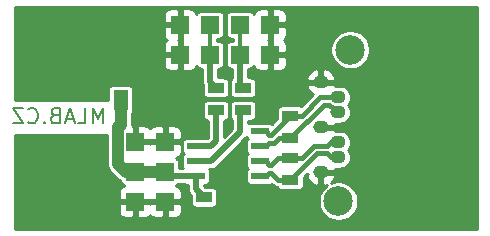
<source format=gbr>
G04 #@! TF.GenerationSoftware,KiCad,Pcbnew,(6.0.0-rc1-dev-1606-g4cd41e394)*
G04 #@! TF.CreationDate,2019-02-20T17:35:37+01:00
G04 #@! TF.ProjectId,TTLLVDS01A,54544c4c-5644-4533-9031-412e6b696361,REV*
G04 #@! TF.SameCoordinates,Original*
G04 #@! TF.FileFunction,Copper,L2,Bot*
G04 #@! TF.FilePolarity,Positive*
%FSLAX46Y46*%
G04 Gerber Fmt 4.6, Leading zero omitted, Abs format (unit mm)*
G04 Created by KiCad (PCBNEW (6.0.0-rc1-dev-1606-g4cd41e394)) date 20.02.2019 17:35:37*
%MOMM*%
%LPD*%
G04 APERTURE LIST*
%ADD10C,0.200000*%
%ADD11R,1.397000X0.889000*%
%ADD12R,1.300000X1.700000*%
%ADD13R,1.524000X1.524000*%
%ADD14O,1.300000X1.100000*%
%ADD15C,2.500000*%
%ADD16C,6.000000*%
%ADD17R,1.550000X0.600000*%
%ADD18C,0.800000*%
%ADD19C,0.500000*%
%ADD20C,1.000000*%
%ADD21C,0.300000*%
%ADD22C,0.400000*%
%ADD23C,0.254000*%
G04 APERTURE END LIST*
D10*
X8190238Y9698904D02*
X8190238Y10998904D01*
X7756904Y10070333D01*
X7323571Y10998904D01*
X7323571Y9698904D01*
X6085476Y9698904D02*
X6704523Y9698904D01*
X6704523Y10998904D01*
X5714047Y10070333D02*
X5095000Y10070333D01*
X5837857Y9698904D02*
X5404523Y10998904D01*
X4971190Y9698904D01*
X4104523Y10379857D02*
X3918809Y10317952D01*
X3856904Y10256047D01*
X3795000Y10132238D01*
X3795000Y9946523D01*
X3856904Y9822714D01*
X3918809Y9760809D01*
X4042619Y9698904D01*
X4537857Y9698904D01*
X4537857Y10998904D01*
X4104523Y10998904D01*
X3980714Y10937000D01*
X3918809Y10875095D01*
X3856904Y10751285D01*
X3856904Y10627476D01*
X3918809Y10503666D01*
X3980714Y10441761D01*
X4104523Y10379857D01*
X4537857Y10379857D01*
X3237857Y9822714D02*
X3175952Y9760809D01*
X3237857Y9698904D01*
X3299761Y9760809D01*
X3237857Y9822714D01*
X3237857Y9698904D01*
X1875952Y9822714D02*
X1937857Y9760809D01*
X2123571Y9698904D01*
X2247380Y9698904D01*
X2433095Y9760809D01*
X2556904Y9884619D01*
X2618809Y10008428D01*
X2680714Y10256047D01*
X2680714Y10441761D01*
X2618809Y10689380D01*
X2556904Y10813190D01*
X2433095Y10937000D01*
X2247380Y10998904D01*
X2123571Y10998904D01*
X1937857Y10937000D01*
X1875952Y10875095D01*
X1442619Y10998904D02*
X575952Y10998904D01*
X1442619Y9698904D01*
X575952Y9698904D01*
D11*
X16764000Y3429000D03*
X16764000Y1524000D03*
D12*
X9708000Y11684000D03*
X13208000Y11684000D03*
D13*
X10922000Y8128000D03*
X13462000Y8128000D03*
X10922000Y5588000D03*
X13462000Y5588000D03*
X10922000Y3048000D03*
X13462000Y3048000D03*
X19812000Y18034000D03*
X19812000Y15494000D03*
X14732000Y18034000D03*
X14732000Y15494000D03*
X17272000Y15494000D03*
X17272000Y18034000D03*
X22352000Y18034000D03*
X22352000Y15494000D03*
D14*
X26644600Y5562600D03*
X26644600Y9372600D03*
X26644600Y13182600D03*
X28144600Y11912600D03*
X28144600Y10642600D03*
X28144600Y8102600D03*
D15*
X29144600Y15932600D03*
D14*
X28144600Y6832600D03*
D15*
X28144600Y3102600D03*
D16*
X35560000Y15240000D03*
X5080000Y5080000D03*
X5080000Y15240000D03*
X35560000Y5080000D03*
D11*
X20066000Y10795000D03*
X20066000Y12700000D03*
X17780000Y12700000D03*
X17780000Y10795000D03*
X24066500Y6794500D03*
X24066500Y4889500D03*
X24066500Y8445500D03*
X24066500Y10350500D03*
D17*
X16096000Y5207000D03*
X16096000Y6477000D03*
X16096000Y7747000D03*
X16096000Y9017000D03*
X21496000Y9017000D03*
X21496000Y7747000D03*
X21496000Y6477000D03*
X21496000Y5207000D03*
D18*
X15621000Y13081000D03*
X15621000Y12065000D03*
X15621000Y11049000D03*
X22225000Y13208000D03*
X22225000Y12192000D03*
X22225000Y11176000D03*
X20320000Y3556000D03*
X21463000Y3556000D03*
X22479000Y3556000D03*
D19*
X13843000Y5207000D02*
X13462000Y5588000D01*
X16096000Y5207000D02*
X13843000Y5207000D01*
X16096000Y4097000D02*
X16764000Y3429000D01*
X16096000Y5207000D02*
X16096000Y4097000D01*
D20*
X13462000Y5588000D02*
X10922000Y5588000D01*
X10160000Y5588000D02*
X9459999Y6288001D01*
X10922000Y5588000D02*
X10160000Y5588000D01*
X9459999Y9342000D02*
X9459999Y6288001D01*
X9708000Y9590001D02*
X9459999Y9342000D01*
X9708000Y11684000D02*
X9708000Y9590001D01*
D19*
X19812000Y12954000D02*
X20066000Y12700000D01*
X19812000Y15494000D02*
X19812000Y12954000D01*
D21*
X19812000Y18034000D02*
X19812000Y15494000D01*
D19*
X17272000Y13208000D02*
X17780000Y12700000D01*
X17272000Y15494000D02*
X17272000Y13208000D01*
D21*
X17272000Y18034000D02*
X17272000Y15494000D01*
D19*
X19812000Y9850500D02*
X19812000Y10795000D01*
X19812000Y8918000D02*
X19812000Y9850500D01*
X17371000Y6477000D02*
X19812000Y8918000D01*
X16096000Y6477000D02*
X17371000Y6477000D01*
X17780000Y9850500D02*
X17780000Y10795000D01*
X17780000Y8156000D02*
X17780000Y9850500D01*
X17371000Y7747000D02*
X17780000Y8156000D01*
X16096000Y7747000D02*
X17371000Y7747000D01*
D22*
X23018749Y6794500D02*
X24066500Y6794500D01*
X22391249Y6167000D02*
X23018749Y6794500D01*
X22281000Y6167000D02*
X22391249Y6167000D01*
X21971000Y6477000D02*
X22281000Y6167000D01*
X21496000Y6477000D02*
X21971000Y6477000D01*
X27494600Y8102600D02*
X28144600Y8102600D01*
X27184600Y7792600D02*
X27494600Y8102600D01*
X26050361Y7792600D02*
X27184600Y7792600D01*
X24066500Y6794500D02*
X25052261Y6794500D01*
X25052261Y6794500D02*
X26050361Y7792600D01*
X21971000Y5207000D02*
X22281000Y5517000D01*
X22281000Y5517000D02*
X22391249Y5517000D01*
X22391249Y5517000D02*
X23018749Y4889500D01*
X21496000Y5207000D02*
X21971000Y5207000D01*
X23018749Y4889500D02*
X24066500Y4889500D01*
X27494600Y6832600D02*
X28144600Y6832600D01*
X27184600Y7142600D02*
X27494600Y6832600D01*
X26319600Y7142600D02*
X27184600Y7142600D01*
X24066500Y4889500D02*
X26319600Y7142600D01*
X22621119Y8905119D02*
X24066500Y10350500D01*
X22423000Y8707000D02*
X22621119Y8905119D01*
X22281000Y8707000D02*
X22423000Y8707000D01*
X21971000Y9017000D02*
X22281000Y8707000D01*
X21496000Y9017000D02*
X21971000Y9017000D01*
X27524600Y11912600D02*
X28144600Y11912600D01*
X26614361Y11912600D02*
X27524600Y11912600D01*
X25052261Y10350500D02*
X26614361Y11912600D01*
X24066500Y10350500D02*
X25052261Y10350500D01*
X21971000Y7747000D02*
X22281000Y8057000D01*
X21496000Y7747000D02*
X21971000Y7747000D01*
X22281000Y8057000D02*
X22692239Y8057000D01*
X22692239Y8057000D02*
X23080739Y8445500D01*
X23080739Y8445500D02*
X24066500Y8445500D01*
X27824610Y10962590D02*
X28144600Y10642600D01*
X27351083Y11262600D02*
X27651093Y10962590D01*
X26883600Y11262600D02*
X27351083Y11262600D01*
X24066500Y8445500D02*
X26883600Y11262600D01*
X27651093Y10962590D02*
X27824610Y10962590D01*
D23*
G36*
X39884000Y756000D02*
G01*
X756000Y756000D01*
X756000Y2762250D01*
X9525000Y2762250D01*
X9525000Y2223458D01*
X9549403Y2100777D01*
X9597270Y1985215D01*
X9666763Y1881211D01*
X9755211Y1792763D01*
X9859215Y1723270D01*
X9974777Y1675403D01*
X10097458Y1651000D01*
X10636250Y1651000D01*
X10795000Y1809750D01*
X10795000Y2921000D01*
X11049000Y2921000D01*
X11049000Y1809750D01*
X11207750Y1651000D01*
X11746542Y1651000D01*
X11869223Y1675403D01*
X11984785Y1723270D01*
X12088789Y1792763D01*
X12177237Y1881211D01*
X12192000Y1903305D01*
X12206763Y1881211D01*
X12295211Y1792763D01*
X12399215Y1723270D01*
X12514777Y1675403D01*
X12637458Y1651000D01*
X13176250Y1651000D01*
X13335000Y1809750D01*
X13335000Y2921000D01*
X13589000Y2921000D01*
X13589000Y1809750D01*
X13747750Y1651000D01*
X14286542Y1651000D01*
X14409223Y1675403D01*
X14524785Y1723270D01*
X14628789Y1792763D01*
X14717237Y1881211D01*
X14786730Y1985215D01*
X14834597Y2100777D01*
X14859000Y2223458D01*
X14859000Y2762250D01*
X14700250Y2921000D01*
X13589000Y2921000D01*
X13335000Y2921000D01*
X12223750Y2921000D01*
X12192000Y2889250D01*
X12160250Y2921000D01*
X11049000Y2921000D01*
X10795000Y2921000D01*
X9683750Y2921000D01*
X9525000Y2762250D01*
X756000Y2762250D01*
X756000Y8696000D01*
X8532999Y8696000D01*
X8533000Y6333538D01*
X8528515Y6288001D01*
X8533000Y6242464D01*
X8533000Y6242463D01*
X8546413Y6106277D01*
X8548603Y6099059D01*
X8599419Y5931538D01*
X8685498Y5770496D01*
X8772311Y5664714D01*
X8772316Y5664709D01*
X8801341Y5629342D01*
X8836707Y5600318D01*
X9472316Y4964708D01*
X9501341Y4929341D01*
X9536708Y4900316D01*
X9536712Y4900312D01*
X9642494Y4813499D01*
X9737148Y4762905D01*
X9739178Y4742293D01*
X9763595Y4661804D01*
X9803245Y4587624D01*
X9856605Y4522605D01*
X9921624Y4469245D01*
X9995804Y4429595D01*
X10005391Y4426687D01*
X9974777Y4420597D01*
X9859215Y4372730D01*
X9755211Y4303237D01*
X9666763Y4214789D01*
X9597270Y4110785D01*
X9549403Y3995223D01*
X9525000Y3872542D01*
X9525000Y3333750D01*
X9683750Y3175000D01*
X10795000Y3175000D01*
X10795000Y3195000D01*
X11049000Y3195000D01*
X11049000Y3175000D01*
X12160250Y3175000D01*
X12192000Y3206750D01*
X12223750Y3175000D01*
X13335000Y3175000D01*
X13335000Y3195000D01*
X13589000Y3195000D01*
X13589000Y3175000D01*
X14700250Y3175000D01*
X14859000Y3333750D01*
X14859000Y3872542D01*
X14834597Y3995223D01*
X14786730Y4110785D01*
X14717237Y4214789D01*
X14628789Y4303237D01*
X14524785Y4372730D01*
X14409223Y4420597D01*
X14378609Y4426687D01*
X14388196Y4429595D01*
X14462376Y4469245D01*
X14527395Y4522605D01*
X14533464Y4530000D01*
X15120500Y4530000D01*
X15156804Y4510595D01*
X15237293Y4486178D01*
X15321000Y4477934D01*
X15419001Y4477934D01*
X15419001Y4130254D01*
X15415726Y4097000D01*
X15428796Y3964286D01*
X15467508Y3836671D01*
X15530372Y3719060D01*
X15593776Y3641802D01*
X15593779Y3641799D01*
X15614974Y3615973D01*
X15636434Y3598361D01*
X15636434Y2984500D01*
X15644678Y2900793D01*
X15669095Y2820304D01*
X15708745Y2746124D01*
X15762105Y2681105D01*
X15827124Y2627745D01*
X15901304Y2588095D01*
X15981793Y2563678D01*
X16065500Y2555434D01*
X17462500Y2555434D01*
X17546207Y2563678D01*
X17626696Y2588095D01*
X17700876Y2627745D01*
X17765895Y2681105D01*
X17819255Y2746124D01*
X17858905Y2820304D01*
X17883322Y2900793D01*
X17891566Y2984500D01*
X17891566Y3267770D01*
X26467600Y3267770D01*
X26467600Y2937430D01*
X26532046Y2613437D01*
X26658462Y2308243D01*
X26841989Y2033575D01*
X27075575Y1799989D01*
X27350243Y1616462D01*
X27655437Y1490046D01*
X27979430Y1425600D01*
X28309770Y1425600D01*
X28633763Y1490046D01*
X28938957Y1616462D01*
X29213625Y1799989D01*
X29447211Y2033575D01*
X29630738Y2308243D01*
X29757154Y2613437D01*
X29821600Y2937430D01*
X29821600Y3267770D01*
X29757154Y3591763D01*
X29630738Y3896957D01*
X29447211Y4171625D01*
X29213625Y4405211D01*
X28938957Y4588738D01*
X28633763Y4715154D01*
X28309770Y4779600D01*
X27979430Y4779600D01*
X27655437Y4715154D01*
X27480937Y4642873D01*
X27567823Y4711817D01*
X27717985Y4888767D01*
X27830740Y5091613D01*
X27888403Y5252856D01*
X27762961Y5435600D01*
X26771600Y5435600D01*
X26771600Y4537796D01*
X26956416Y4397841D01*
X27145196Y4451730D01*
X27075575Y4405211D01*
X26841989Y4171625D01*
X26658462Y3896957D01*
X26532046Y3591763D01*
X26467600Y3267770D01*
X17891566Y3267770D01*
X17891566Y3873500D01*
X17883322Y3957207D01*
X17858905Y4037696D01*
X17819255Y4111876D01*
X17765895Y4176895D01*
X17700876Y4230255D01*
X17626696Y4269905D01*
X17546207Y4294322D01*
X17462500Y4302566D01*
X16847856Y4302566D01*
X16773000Y4377422D01*
X16773000Y4477934D01*
X16871000Y4477934D01*
X16954707Y4486178D01*
X17035196Y4510595D01*
X17109376Y4550245D01*
X17174395Y4603605D01*
X17227755Y4668624D01*
X17267405Y4742804D01*
X17291822Y4823293D01*
X17300066Y4907000D01*
X17300066Y5507000D01*
X17291822Y5590707D01*
X17267405Y5671196D01*
X17227755Y5745376D01*
X17182926Y5800000D01*
X17337755Y5800000D01*
X17371000Y5796726D01*
X17404245Y5800000D01*
X17404252Y5800000D01*
X17503715Y5809796D01*
X17631330Y5848508D01*
X17748941Y5911372D01*
X17852027Y5995973D01*
X17873226Y6021804D01*
X20267200Y8415778D01*
X20293026Y8436973D01*
X20349637Y8505953D01*
X20364245Y8478624D01*
X20417605Y8413605D01*
X20456116Y8382000D01*
X20417605Y8350395D01*
X20364245Y8285376D01*
X20324595Y8211196D01*
X20300178Y8130707D01*
X20291934Y8047000D01*
X20291934Y7447000D01*
X20300178Y7363293D01*
X20324595Y7282804D01*
X20364245Y7208624D01*
X20417605Y7143605D01*
X20456116Y7112000D01*
X20417605Y7080395D01*
X20364245Y7015376D01*
X20324595Y6941196D01*
X20300178Y6860707D01*
X20291934Y6777000D01*
X20291934Y6177000D01*
X20300178Y6093293D01*
X20324595Y6012804D01*
X20364245Y5938624D01*
X20417605Y5873605D01*
X20456116Y5842000D01*
X20417605Y5810395D01*
X20364245Y5745376D01*
X20324595Y5671196D01*
X20300178Y5590707D01*
X20291934Y5507000D01*
X20291934Y4907000D01*
X20300178Y4823293D01*
X20324595Y4742804D01*
X20364245Y4668624D01*
X20417605Y4603605D01*
X20482624Y4550245D01*
X20556804Y4510595D01*
X20637293Y4486178D01*
X20721000Y4477934D01*
X22271000Y4477934D01*
X22354707Y4486178D01*
X22435196Y4510595D01*
X22484558Y4536979D01*
X22553615Y4467922D01*
X22573248Y4443999D01*
X22668721Y4365647D01*
X22777646Y4307425D01*
X22895836Y4271573D01*
X22981013Y4263184D01*
X23011245Y4206624D01*
X23064605Y4141605D01*
X23129624Y4088245D01*
X23203804Y4048595D01*
X23284293Y4024178D01*
X23368000Y4015934D01*
X24765000Y4015934D01*
X24848707Y4024178D01*
X24929196Y4048595D01*
X25003376Y4088245D01*
X25068395Y4141605D01*
X25121755Y4206624D01*
X25161405Y4280804D01*
X25185822Y4361293D01*
X25194066Y4445000D01*
X25194066Y5130355D01*
X25499310Y5435598D01*
X25526238Y5435598D01*
X25400797Y5252856D01*
X25458460Y5091613D01*
X25571215Y4888767D01*
X25721377Y4711817D01*
X25903174Y4567562D01*
X26109621Y4461545D01*
X26332784Y4397841D01*
X26517600Y4537796D01*
X26517600Y5435600D01*
X26497600Y5435600D01*
X26497600Y5689600D01*
X26517600Y5689600D01*
X26517600Y5709600D01*
X26771600Y5709600D01*
X26771600Y5689600D01*
X27762961Y5689600D01*
X27884490Y5866643D01*
X27996607Y5855600D01*
X28292593Y5855600D01*
X28436125Y5869737D01*
X28620291Y5925603D01*
X28790018Y6016324D01*
X28938786Y6138414D01*
X29060876Y6287182D01*
X29151597Y6456909D01*
X29207463Y6641075D01*
X29226327Y6832600D01*
X29207463Y7024125D01*
X29151597Y7208291D01*
X29060876Y7378018D01*
X28987358Y7467600D01*
X29060876Y7557182D01*
X29151597Y7726909D01*
X29207463Y7911075D01*
X29226327Y8102600D01*
X29207463Y8294125D01*
X29151597Y8478291D01*
X29060876Y8648018D01*
X28938786Y8796786D01*
X28790018Y8918876D01*
X28620291Y9009597D01*
X28436125Y9065463D01*
X28292593Y9079600D01*
X27996607Y9079600D01*
X27884490Y9068557D01*
X27762961Y9245600D01*
X26771600Y9245600D01*
X26771600Y9225600D01*
X26517600Y9225600D01*
X26517600Y9245600D01*
X26497600Y9245600D01*
X26497600Y9499600D01*
X26517600Y9499600D01*
X26517600Y9519600D01*
X26771600Y9519600D01*
X26771600Y9499600D01*
X27762961Y9499600D01*
X27884490Y9676643D01*
X27996607Y9665600D01*
X28292593Y9665600D01*
X28436125Y9679737D01*
X28620291Y9735603D01*
X28790018Y9826324D01*
X28938786Y9948414D01*
X29060876Y10097182D01*
X29151597Y10266909D01*
X29207463Y10451075D01*
X29226327Y10642600D01*
X29207463Y10834125D01*
X29151597Y11018291D01*
X29060876Y11188018D01*
X28987358Y11277600D01*
X29060876Y11367182D01*
X29151597Y11536909D01*
X29207463Y11721075D01*
X29226327Y11912600D01*
X29207463Y12104125D01*
X29151597Y12288291D01*
X29060876Y12458018D01*
X28938786Y12606786D01*
X28790018Y12728876D01*
X28620291Y12819597D01*
X28436125Y12875463D01*
X28292593Y12889600D01*
X27996607Y12889600D01*
X27884490Y12878557D01*
X27762961Y13055600D01*
X26771600Y13055600D01*
X26771600Y13035600D01*
X26517600Y13035600D01*
X26517600Y13055600D01*
X25526239Y13055600D01*
X25400797Y12872856D01*
X25458460Y12711613D01*
X25571215Y12508767D01*
X25721377Y12331817D01*
X25903174Y12187562D01*
X25968873Y12153824D01*
X24979543Y11164494D01*
X24929196Y11191405D01*
X24848707Y11215822D01*
X24765000Y11224066D01*
X23368000Y11224066D01*
X23284293Y11215822D01*
X23203804Y11191405D01*
X23129624Y11151755D01*
X23064605Y11098395D01*
X23011245Y11033376D01*
X22971595Y10959196D01*
X22947178Y10878707D01*
X22938934Y10795000D01*
X22938934Y10109646D01*
X22505249Y9675961D01*
X22435196Y9713405D01*
X22354707Y9737822D01*
X22271000Y9746066D01*
X20721000Y9746066D01*
X20637293Y9737822D01*
X20556804Y9713405D01*
X20489000Y9677163D01*
X20489000Y9921434D01*
X20764500Y9921434D01*
X20848207Y9929678D01*
X20928696Y9954095D01*
X21002876Y9993745D01*
X21067895Y10047105D01*
X21121255Y10112124D01*
X21160905Y10186304D01*
X21185322Y10266793D01*
X21193566Y10350500D01*
X21193566Y11239500D01*
X21185322Y11323207D01*
X21160905Y11403696D01*
X21121255Y11477876D01*
X21067895Y11542895D01*
X21002876Y11596255D01*
X20928696Y11635905D01*
X20848207Y11660322D01*
X20764500Y11668566D01*
X19367500Y11668566D01*
X19283793Y11660322D01*
X19203304Y11635905D01*
X19129124Y11596255D01*
X19064105Y11542895D01*
X19010745Y11477876D01*
X18971095Y11403696D01*
X18946678Y11323207D01*
X18938434Y11239500D01*
X18938434Y10350500D01*
X18946678Y10266793D01*
X18971095Y10186304D01*
X19010745Y10112124D01*
X19064105Y10047105D01*
X19129124Y9993745D01*
X19135000Y9990604D01*
X19135000Y9817249D01*
X19135001Y9817240D01*
X19135000Y9198422D01*
X18457000Y8520422D01*
X18457000Y9921434D01*
X18478500Y9921434D01*
X18562207Y9929678D01*
X18642696Y9954095D01*
X18716876Y9993745D01*
X18781895Y10047105D01*
X18835255Y10112124D01*
X18874905Y10186304D01*
X18899322Y10266793D01*
X18907566Y10350500D01*
X18907566Y11239500D01*
X18899322Y11323207D01*
X18874905Y11403696D01*
X18835255Y11477876D01*
X18781895Y11542895D01*
X18716876Y11596255D01*
X18642696Y11635905D01*
X18562207Y11660322D01*
X18478500Y11668566D01*
X17081500Y11668566D01*
X16997793Y11660322D01*
X16917304Y11635905D01*
X16843124Y11596255D01*
X16778105Y11542895D01*
X16724745Y11477876D01*
X16685095Y11403696D01*
X16660678Y11323207D01*
X16652434Y11239500D01*
X16652434Y10350500D01*
X16660678Y10266793D01*
X16685095Y10186304D01*
X16724745Y10112124D01*
X16778105Y10047105D01*
X16843124Y9993745D01*
X16917304Y9954095D01*
X16997793Y9929678D01*
X17081500Y9921434D01*
X17103000Y9921434D01*
X17103000Y9817249D01*
X17103001Y9817239D01*
X17103000Y8436422D01*
X17090578Y8424000D01*
X17071500Y8424000D01*
X17035196Y8443405D01*
X16954707Y8467822D01*
X16871000Y8476066D01*
X15321000Y8476066D01*
X15237293Y8467822D01*
X15156804Y8443405D01*
X15082624Y8403755D01*
X15017605Y8350395D01*
X14964245Y8285376D01*
X14924595Y8211196D01*
X14900178Y8130707D01*
X14891934Y8047000D01*
X14891934Y7447000D01*
X14900178Y7363293D01*
X14924595Y7282804D01*
X14964245Y7208624D01*
X15017605Y7143605D01*
X15056116Y7112000D01*
X15017605Y7080395D01*
X14964245Y7015376D01*
X14924595Y6941196D01*
X14900178Y6860707D01*
X14891934Y6777000D01*
X14891934Y6177000D01*
X14900178Y6093293D01*
X14924595Y6012804D01*
X14964245Y5938624D01*
X15009074Y5884000D01*
X14653066Y5884000D01*
X14653066Y6350000D01*
X14644822Y6433707D01*
X14620405Y6514196D01*
X14580755Y6588376D01*
X14527395Y6653395D01*
X14462376Y6706755D01*
X14388196Y6746405D01*
X14378609Y6749313D01*
X14409223Y6755403D01*
X14524785Y6803270D01*
X14628789Y6872763D01*
X14717237Y6961211D01*
X14786730Y7065215D01*
X14834597Y7180777D01*
X14859000Y7303458D01*
X14859000Y7842250D01*
X14700250Y8001000D01*
X13589000Y8001000D01*
X13589000Y7981000D01*
X13335000Y7981000D01*
X13335000Y8001000D01*
X12223750Y8001000D01*
X12192000Y7969250D01*
X12160250Y8001000D01*
X11049000Y8001000D01*
X11049000Y7981000D01*
X10795000Y7981000D01*
X10795000Y8001000D01*
X10775000Y8001000D01*
X10775000Y8255000D01*
X10795000Y8255000D01*
X10795000Y9366250D01*
X11049000Y9366250D01*
X11049000Y8255000D01*
X12160250Y8255000D01*
X12192000Y8286750D01*
X12223750Y8255000D01*
X13335000Y8255000D01*
X13335000Y9366250D01*
X13589000Y9366250D01*
X13589000Y8255000D01*
X14700250Y8255000D01*
X14859000Y8413750D01*
X14859000Y8952542D01*
X14834597Y9075223D01*
X14786730Y9190785D01*
X14717237Y9294789D01*
X14628789Y9383237D01*
X14524785Y9452730D01*
X14409223Y9500597D01*
X14286542Y9525000D01*
X13747750Y9525000D01*
X13589000Y9366250D01*
X13335000Y9366250D01*
X13176250Y9525000D01*
X12637458Y9525000D01*
X12514777Y9500597D01*
X12399215Y9452730D01*
X12295211Y9383237D01*
X12206763Y9294789D01*
X12192000Y9272695D01*
X12177237Y9294789D01*
X12088789Y9383237D01*
X11984785Y9452730D01*
X11869223Y9500597D01*
X11746542Y9525000D01*
X11207750Y9525000D01*
X11049000Y9366250D01*
X10795000Y9366250D01*
X10636250Y9525000D01*
X10633083Y9525000D01*
X10635000Y9544463D01*
X10635000Y9544475D01*
X10639484Y9590000D01*
X10635000Y9635525D01*
X10635000Y10508943D01*
X10661395Y10530605D01*
X10714755Y10595624D01*
X10754405Y10669804D01*
X10778822Y10750293D01*
X10787066Y10834000D01*
X10787066Y12534000D01*
X10778822Y12617707D01*
X10754405Y12698196D01*
X10714755Y12772376D01*
X10661395Y12837395D01*
X10596376Y12890755D01*
X10522196Y12930405D01*
X10441707Y12954822D01*
X10358000Y12963066D01*
X9058000Y12963066D01*
X8974293Y12954822D01*
X8893804Y12930405D01*
X8819624Y12890755D01*
X8754605Y12837395D01*
X8701245Y12772376D01*
X8661595Y12698196D01*
X8637178Y12617707D01*
X8628934Y12534000D01*
X8628934Y11700000D01*
X756000Y11700000D01*
X756000Y15208250D01*
X13335000Y15208250D01*
X13335000Y14669458D01*
X13359403Y14546777D01*
X13407270Y14431215D01*
X13476763Y14327211D01*
X13565211Y14238763D01*
X13669215Y14169270D01*
X13784777Y14121403D01*
X13907458Y14097000D01*
X14446250Y14097000D01*
X14605000Y14255750D01*
X14605000Y15367000D01*
X13493750Y15367000D01*
X13335000Y15208250D01*
X756000Y15208250D01*
X756000Y17748250D01*
X13335000Y17748250D01*
X13335000Y17209458D01*
X13359403Y17086777D01*
X13407270Y16971215D01*
X13476763Y16867211D01*
X13565211Y16778763D01*
X13587305Y16764000D01*
X13565211Y16749237D01*
X13476763Y16660789D01*
X13407270Y16556785D01*
X13359403Y16441223D01*
X13335000Y16318542D01*
X13335000Y15779750D01*
X13493750Y15621000D01*
X14605000Y15621000D01*
X14605000Y16732250D01*
X14573250Y16764000D01*
X14605000Y16795750D01*
X14605000Y17907000D01*
X13493750Y17907000D01*
X13335000Y17748250D01*
X756000Y17748250D01*
X756000Y18858542D01*
X13335000Y18858542D01*
X13335000Y18319750D01*
X13493750Y18161000D01*
X14605000Y18161000D01*
X14605000Y19272250D01*
X14859000Y19272250D01*
X14859000Y18161000D01*
X14879000Y18161000D01*
X14879000Y17907000D01*
X14859000Y17907000D01*
X14859000Y16795750D01*
X14890750Y16764000D01*
X14859000Y16732250D01*
X14859000Y15621000D01*
X14879000Y15621000D01*
X14879000Y15367000D01*
X14859000Y15367000D01*
X14859000Y14255750D01*
X15017750Y14097000D01*
X15556542Y14097000D01*
X15679223Y14121403D01*
X15794785Y14169270D01*
X15898789Y14238763D01*
X15987237Y14327211D01*
X16056730Y14431215D01*
X16104597Y14546777D01*
X16110687Y14577391D01*
X16113595Y14567804D01*
X16153245Y14493624D01*
X16206605Y14428605D01*
X16271624Y14375245D01*
X16345804Y14335595D01*
X16426293Y14311178D01*
X16510000Y14302934D01*
X16595001Y14302934D01*
X16595001Y13241254D01*
X16591726Y13208000D01*
X16604796Y13075286D01*
X16643508Y12947671D01*
X16652434Y12930972D01*
X16652434Y12255500D01*
X16660678Y12171793D01*
X16685095Y12091304D01*
X16724745Y12017124D01*
X16778105Y11952105D01*
X16843124Y11898745D01*
X16917304Y11859095D01*
X16997793Y11834678D01*
X17081500Y11826434D01*
X18478500Y11826434D01*
X18562207Y11834678D01*
X18642696Y11859095D01*
X18716876Y11898745D01*
X18781895Y11952105D01*
X18835255Y12017124D01*
X18874905Y12091304D01*
X18899322Y12171793D01*
X18907566Y12255500D01*
X18907566Y13144500D01*
X18899322Y13228207D01*
X18874905Y13308696D01*
X18835255Y13382876D01*
X18781895Y13447895D01*
X18716876Y13501255D01*
X18642696Y13540905D01*
X18562207Y13565322D01*
X18478500Y13573566D01*
X17949000Y13573566D01*
X17949000Y14302934D01*
X18034000Y14302934D01*
X18117707Y14311178D01*
X18198196Y14335595D01*
X18272376Y14375245D01*
X18337395Y14428605D01*
X18390755Y14493624D01*
X18430405Y14567804D01*
X18454822Y14648293D01*
X18463066Y14732000D01*
X18463066Y16256000D01*
X18454822Y16339707D01*
X18430405Y16420196D01*
X18390755Y16494376D01*
X18337395Y16559395D01*
X18272376Y16612755D01*
X18198196Y16652405D01*
X18117707Y16676822D01*
X18034000Y16685066D01*
X17849000Y16685066D01*
X17849000Y16842934D01*
X18034000Y16842934D01*
X18117707Y16851178D01*
X18198196Y16875595D01*
X18272376Y16915245D01*
X18337395Y16968605D01*
X18390755Y17033624D01*
X18430405Y17107804D01*
X18454822Y17188293D01*
X18463066Y17272000D01*
X18463066Y18796000D01*
X18620934Y18796000D01*
X18620934Y17272000D01*
X18629178Y17188293D01*
X18653595Y17107804D01*
X18693245Y17033624D01*
X18746605Y16968605D01*
X18811624Y16915245D01*
X18885804Y16875595D01*
X18966293Y16851178D01*
X19050000Y16842934D01*
X19235000Y16842934D01*
X19235001Y16685066D01*
X19050000Y16685066D01*
X18966293Y16676822D01*
X18885804Y16652405D01*
X18811624Y16612755D01*
X18746605Y16559395D01*
X18693245Y16494376D01*
X18653595Y16420196D01*
X18629178Y16339707D01*
X18620934Y16256000D01*
X18620934Y14732000D01*
X18629178Y14648293D01*
X18653595Y14567804D01*
X18693245Y14493624D01*
X18746605Y14428605D01*
X18811624Y14375245D01*
X18885804Y14335595D01*
X18966293Y14311178D01*
X19050000Y14302934D01*
X19135000Y14302934D01*
X19135001Y13504396D01*
X19129124Y13501255D01*
X19064105Y13447895D01*
X19010745Y13382876D01*
X18971095Y13308696D01*
X18946678Y13228207D01*
X18938434Y13144500D01*
X18938434Y12255500D01*
X18946678Y12171793D01*
X18971095Y12091304D01*
X19010745Y12017124D01*
X19064105Y11952105D01*
X19129124Y11898745D01*
X19203304Y11859095D01*
X19283793Y11834678D01*
X19367500Y11826434D01*
X20764500Y11826434D01*
X20848207Y11834678D01*
X20928696Y11859095D01*
X21002876Y11898745D01*
X21067895Y11952105D01*
X21121255Y12017124D01*
X21160905Y12091304D01*
X21185322Y12171793D01*
X21193566Y12255500D01*
X21193566Y13144500D01*
X21185322Y13228207D01*
X21160905Y13308696D01*
X21121255Y13382876D01*
X21067895Y13447895D01*
X21013735Y13492344D01*
X25400797Y13492344D01*
X25526239Y13309600D01*
X26517600Y13309600D01*
X26517600Y14207404D01*
X26771600Y14207404D01*
X26771600Y13309600D01*
X27762961Y13309600D01*
X27888403Y13492344D01*
X27830740Y13653587D01*
X27717985Y13856433D01*
X27567823Y14033383D01*
X27386026Y14177638D01*
X27179579Y14283655D01*
X26956416Y14347359D01*
X26771600Y14207404D01*
X26517600Y14207404D01*
X26332784Y14347359D01*
X26109621Y14283655D01*
X25903174Y14177638D01*
X25721377Y14033383D01*
X25571215Y13856433D01*
X25458460Y13653587D01*
X25400797Y13492344D01*
X21013735Y13492344D01*
X21002876Y13501255D01*
X20928696Y13540905D01*
X20848207Y13565322D01*
X20764500Y13573566D01*
X20489000Y13573566D01*
X20489000Y14302934D01*
X20574000Y14302934D01*
X20657707Y14311178D01*
X20738196Y14335595D01*
X20812376Y14375245D01*
X20877395Y14428605D01*
X20930755Y14493624D01*
X20970405Y14567804D01*
X20973313Y14577391D01*
X20979403Y14546777D01*
X21027270Y14431215D01*
X21096763Y14327211D01*
X21185211Y14238763D01*
X21289215Y14169270D01*
X21404777Y14121403D01*
X21527458Y14097000D01*
X22066250Y14097000D01*
X22225000Y14255750D01*
X22225000Y15367000D01*
X22479000Y15367000D01*
X22479000Y14255750D01*
X22637750Y14097000D01*
X23176542Y14097000D01*
X23299223Y14121403D01*
X23414785Y14169270D01*
X23518789Y14238763D01*
X23607237Y14327211D01*
X23676730Y14431215D01*
X23724597Y14546777D01*
X23749000Y14669458D01*
X23749000Y15208250D01*
X23590250Y15367000D01*
X22479000Y15367000D01*
X22225000Y15367000D01*
X22205000Y15367000D01*
X22205000Y15621000D01*
X22225000Y15621000D01*
X22225000Y16732250D01*
X22193250Y16764000D01*
X22225000Y16795750D01*
X22225000Y17907000D01*
X22479000Y17907000D01*
X22479000Y16795750D01*
X22510750Y16764000D01*
X22479000Y16732250D01*
X22479000Y15621000D01*
X23590250Y15621000D01*
X23749000Y15779750D01*
X23749000Y16097770D01*
X27467600Y16097770D01*
X27467600Y15767430D01*
X27532046Y15443437D01*
X27658462Y15138243D01*
X27841989Y14863575D01*
X28075575Y14629989D01*
X28350243Y14446462D01*
X28655437Y14320046D01*
X28979430Y14255600D01*
X29309770Y14255600D01*
X29633763Y14320046D01*
X29938957Y14446462D01*
X30213625Y14629989D01*
X30447211Y14863575D01*
X30630738Y15138243D01*
X30757154Y15443437D01*
X30821600Y15767430D01*
X30821600Y16097770D01*
X30757154Y16421763D01*
X30630738Y16726957D01*
X30447211Y17001625D01*
X30213625Y17235211D01*
X29938957Y17418738D01*
X29633763Y17545154D01*
X29309770Y17609600D01*
X28979430Y17609600D01*
X28655437Y17545154D01*
X28350243Y17418738D01*
X28075575Y17235211D01*
X27841989Y17001625D01*
X27658462Y16726957D01*
X27532046Y16421763D01*
X27467600Y16097770D01*
X23749000Y16097770D01*
X23749000Y16318542D01*
X23724597Y16441223D01*
X23676730Y16556785D01*
X23607237Y16660789D01*
X23518789Y16749237D01*
X23496695Y16764000D01*
X23518789Y16778763D01*
X23607237Y16867211D01*
X23676730Y16971215D01*
X23724597Y17086777D01*
X23749000Y17209458D01*
X23749000Y17748250D01*
X23590250Y17907000D01*
X22479000Y17907000D01*
X22225000Y17907000D01*
X22205000Y17907000D01*
X22205000Y18161000D01*
X22225000Y18161000D01*
X22225000Y19272250D01*
X22479000Y19272250D01*
X22479000Y18161000D01*
X23590250Y18161000D01*
X23749000Y18319750D01*
X23749000Y18858542D01*
X23724597Y18981223D01*
X23676730Y19096785D01*
X23607237Y19200789D01*
X23518789Y19289237D01*
X23414785Y19358730D01*
X23299223Y19406597D01*
X23176542Y19431000D01*
X22637750Y19431000D01*
X22479000Y19272250D01*
X22225000Y19272250D01*
X22066250Y19431000D01*
X21527458Y19431000D01*
X21404777Y19406597D01*
X21289215Y19358730D01*
X21185211Y19289237D01*
X21096763Y19200789D01*
X21027270Y19096785D01*
X20979403Y18981223D01*
X20973313Y18950609D01*
X20970405Y18960196D01*
X20930755Y19034376D01*
X20877395Y19099395D01*
X20812376Y19152755D01*
X20738196Y19192405D01*
X20657707Y19216822D01*
X20574000Y19225066D01*
X19050000Y19225066D01*
X18966293Y19216822D01*
X18885804Y19192405D01*
X18811624Y19152755D01*
X18746605Y19099395D01*
X18693245Y19034376D01*
X18653595Y18960196D01*
X18629178Y18879707D01*
X18620934Y18796000D01*
X18463066Y18796000D01*
X18454822Y18879707D01*
X18430405Y18960196D01*
X18390755Y19034376D01*
X18337395Y19099395D01*
X18272376Y19152755D01*
X18198196Y19192405D01*
X18117707Y19216822D01*
X18034000Y19225066D01*
X16510000Y19225066D01*
X16426293Y19216822D01*
X16345804Y19192405D01*
X16271624Y19152755D01*
X16206605Y19099395D01*
X16153245Y19034376D01*
X16113595Y18960196D01*
X16110687Y18950609D01*
X16104597Y18981223D01*
X16056730Y19096785D01*
X15987237Y19200789D01*
X15898789Y19289237D01*
X15794785Y19358730D01*
X15679223Y19406597D01*
X15556542Y19431000D01*
X15017750Y19431000D01*
X14859000Y19272250D01*
X14605000Y19272250D01*
X14446250Y19431000D01*
X13907458Y19431000D01*
X13784777Y19406597D01*
X13669215Y19358730D01*
X13565211Y19289237D01*
X13476763Y19200789D01*
X13407270Y19096785D01*
X13359403Y18981223D01*
X13335000Y18858542D01*
X756000Y18858542D01*
X756000Y19564000D01*
X39884001Y19564000D01*
X39884000Y756000D01*
X39884000Y756000D01*
G37*
X39884000Y756000D02*
X756000Y756000D01*
X756000Y2762250D01*
X9525000Y2762250D01*
X9525000Y2223458D01*
X9549403Y2100777D01*
X9597270Y1985215D01*
X9666763Y1881211D01*
X9755211Y1792763D01*
X9859215Y1723270D01*
X9974777Y1675403D01*
X10097458Y1651000D01*
X10636250Y1651000D01*
X10795000Y1809750D01*
X10795000Y2921000D01*
X11049000Y2921000D01*
X11049000Y1809750D01*
X11207750Y1651000D01*
X11746542Y1651000D01*
X11869223Y1675403D01*
X11984785Y1723270D01*
X12088789Y1792763D01*
X12177237Y1881211D01*
X12192000Y1903305D01*
X12206763Y1881211D01*
X12295211Y1792763D01*
X12399215Y1723270D01*
X12514777Y1675403D01*
X12637458Y1651000D01*
X13176250Y1651000D01*
X13335000Y1809750D01*
X13335000Y2921000D01*
X13589000Y2921000D01*
X13589000Y1809750D01*
X13747750Y1651000D01*
X14286542Y1651000D01*
X14409223Y1675403D01*
X14524785Y1723270D01*
X14628789Y1792763D01*
X14717237Y1881211D01*
X14786730Y1985215D01*
X14834597Y2100777D01*
X14859000Y2223458D01*
X14859000Y2762250D01*
X14700250Y2921000D01*
X13589000Y2921000D01*
X13335000Y2921000D01*
X12223750Y2921000D01*
X12192000Y2889250D01*
X12160250Y2921000D01*
X11049000Y2921000D01*
X10795000Y2921000D01*
X9683750Y2921000D01*
X9525000Y2762250D01*
X756000Y2762250D01*
X756000Y8696000D01*
X8532999Y8696000D01*
X8533000Y6333538D01*
X8528515Y6288001D01*
X8533000Y6242464D01*
X8533000Y6242463D01*
X8546413Y6106277D01*
X8548603Y6099059D01*
X8599419Y5931538D01*
X8685498Y5770496D01*
X8772311Y5664714D01*
X8772316Y5664709D01*
X8801341Y5629342D01*
X8836707Y5600318D01*
X9472316Y4964708D01*
X9501341Y4929341D01*
X9536708Y4900316D01*
X9536712Y4900312D01*
X9642494Y4813499D01*
X9737148Y4762905D01*
X9739178Y4742293D01*
X9763595Y4661804D01*
X9803245Y4587624D01*
X9856605Y4522605D01*
X9921624Y4469245D01*
X9995804Y4429595D01*
X10005391Y4426687D01*
X9974777Y4420597D01*
X9859215Y4372730D01*
X9755211Y4303237D01*
X9666763Y4214789D01*
X9597270Y4110785D01*
X9549403Y3995223D01*
X9525000Y3872542D01*
X9525000Y3333750D01*
X9683750Y3175000D01*
X10795000Y3175000D01*
X10795000Y3195000D01*
X11049000Y3195000D01*
X11049000Y3175000D01*
X12160250Y3175000D01*
X12192000Y3206750D01*
X12223750Y3175000D01*
X13335000Y3175000D01*
X13335000Y3195000D01*
X13589000Y3195000D01*
X13589000Y3175000D01*
X14700250Y3175000D01*
X14859000Y3333750D01*
X14859000Y3872542D01*
X14834597Y3995223D01*
X14786730Y4110785D01*
X14717237Y4214789D01*
X14628789Y4303237D01*
X14524785Y4372730D01*
X14409223Y4420597D01*
X14378609Y4426687D01*
X14388196Y4429595D01*
X14462376Y4469245D01*
X14527395Y4522605D01*
X14533464Y4530000D01*
X15120500Y4530000D01*
X15156804Y4510595D01*
X15237293Y4486178D01*
X15321000Y4477934D01*
X15419001Y4477934D01*
X15419001Y4130254D01*
X15415726Y4097000D01*
X15428796Y3964286D01*
X15467508Y3836671D01*
X15530372Y3719060D01*
X15593776Y3641802D01*
X15593779Y3641799D01*
X15614974Y3615973D01*
X15636434Y3598361D01*
X15636434Y2984500D01*
X15644678Y2900793D01*
X15669095Y2820304D01*
X15708745Y2746124D01*
X15762105Y2681105D01*
X15827124Y2627745D01*
X15901304Y2588095D01*
X15981793Y2563678D01*
X16065500Y2555434D01*
X17462500Y2555434D01*
X17546207Y2563678D01*
X17626696Y2588095D01*
X17700876Y2627745D01*
X17765895Y2681105D01*
X17819255Y2746124D01*
X17858905Y2820304D01*
X17883322Y2900793D01*
X17891566Y2984500D01*
X17891566Y3267770D01*
X26467600Y3267770D01*
X26467600Y2937430D01*
X26532046Y2613437D01*
X26658462Y2308243D01*
X26841989Y2033575D01*
X27075575Y1799989D01*
X27350243Y1616462D01*
X27655437Y1490046D01*
X27979430Y1425600D01*
X28309770Y1425600D01*
X28633763Y1490046D01*
X28938957Y1616462D01*
X29213625Y1799989D01*
X29447211Y2033575D01*
X29630738Y2308243D01*
X29757154Y2613437D01*
X29821600Y2937430D01*
X29821600Y3267770D01*
X29757154Y3591763D01*
X29630738Y3896957D01*
X29447211Y4171625D01*
X29213625Y4405211D01*
X28938957Y4588738D01*
X28633763Y4715154D01*
X28309770Y4779600D01*
X27979430Y4779600D01*
X27655437Y4715154D01*
X27480937Y4642873D01*
X27567823Y4711817D01*
X27717985Y4888767D01*
X27830740Y5091613D01*
X27888403Y5252856D01*
X27762961Y5435600D01*
X26771600Y5435600D01*
X26771600Y4537796D01*
X26956416Y4397841D01*
X27145196Y4451730D01*
X27075575Y4405211D01*
X26841989Y4171625D01*
X26658462Y3896957D01*
X26532046Y3591763D01*
X26467600Y3267770D01*
X17891566Y3267770D01*
X17891566Y3873500D01*
X17883322Y3957207D01*
X17858905Y4037696D01*
X17819255Y4111876D01*
X17765895Y4176895D01*
X17700876Y4230255D01*
X17626696Y4269905D01*
X17546207Y4294322D01*
X17462500Y4302566D01*
X16847856Y4302566D01*
X16773000Y4377422D01*
X16773000Y4477934D01*
X16871000Y4477934D01*
X16954707Y4486178D01*
X17035196Y4510595D01*
X17109376Y4550245D01*
X17174395Y4603605D01*
X17227755Y4668624D01*
X17267405Y4742804D01*
X17291822Y4823293D01*
X17300066Y4907000D01*
X17300066Y5507000D01*
X17291822Y5590707D01*
X17267405Y5671196D01*
X17227755Y5745376D01*
X17182926Y5800000D01*
X17337755Y5800000D01*
X17371000Y5796726D01*
X17404245Y5800000D01*
X17404252Y5800000D01*
X17503715Y5809796D01*
X17631330Y5848508D01*
X17748941Y5911372D01*
X17852027Y5995973D01*
X17873226Y6021804D01*
X20267200Y8415778D01*
X20293026Y8436973D01*
X20349637Y8505953D01*
X20364245Y8478624D01*
X20417605Y8413605D01*
X20456116Y8382000D01*
X20417605Y8350395D01*
X20364245Y8285376D01*
X20324595Y8211196D01*
X20300178Y8130707D01*
X20291934Y8047000D01*
X20291934Y7447000D01*
X20300178Y7363293D01*
X20324595Y7282804D01*
X20364245Y7208624D01*
X20417605Y7143605D01*
X20456116Y7112000D01*
X20417605Y7080395D01*
X20364245Y7015376D01*
X20324595Y6941196D01*
X20300178Y6860707D01*
X20291934Y6777000D01*
X20291934Y6177000D01*
X20300178Y6093293D01*
X20324595Y6012804D01*
X20364245Y5938624D01*
X20417605Y5873605D01*
X20456116Y5842000D01*
X20417605Y5810395D01*
X20364245Y5745376D01*
X20324595Y5671196D01*
X20300178Y5590707D01*
X20291934Y5507000D01*
X20291934Y4907000D01*
X20300178Y4823293D01*
X20324595Y4742804D01*
X20364245Y4668624D01*
X20417605Y4603605D01*
X20482624Y4550245D01*
X20556804Y4510595D01*
X20637293Y4486178D01*
X20721000Y4477934D01*
X22271000Y4477934D01*
X22354707Y4486178D01*
X22435196Y4510595D01*
X22484558Y4536979D01*
X22553615Y4467922D01*
X22573248Y4443999D01*
X22668721Y4365647D01*
X22777646Y4307425D01*
X22895836Y4271573D01*
X22981013Y4263184D01*
X23011245Y4206624D01*
X23064605Y4141605D01*
X23129624Y4088245D01*
X23203804Y4048595D01*
X23284293Y4024178D01*
X23368000Y4015934D01*
X24765000Y4015934D01*
X24848707Y4024178D01*
X24929196Y4048595D01*
X25003376Y4088245D01*
X25068395Y4141605D01*
X25121755Y4206624D01*
X25161405Y4280804D01*
X25185822Y4361293D01*
X25194066Y4445000D01*
X25194066Y5130355D01*
X25499310Y5435598D01*
X25526238Y5435598D01*
X25400797Y5252856D01*
X25458460Y5091613D01*
X25571215Y4888767D01*
X25721377Y4711817D01*
X25903174Y4567562D01*
X26109621Y4461545D01*
X26332784Y4397841D01*
X26517600Y4537796D01*
X26517600Y5435600D01*
X26497600Y5435600D01*
X26497600Y5689600D01*
X26517600Y5689600D01*
X26517600Y5709600D01*
X26771600Y5709600D01*
X26771600Y5689600D01*
X27762961Y5689600D01*
X27884490Y5866643D01*
X27996607Y5855600D01*
X28292593Y5855600D01*
X28436125Y5869737D01*
X28620291Y5925603D01*
X28790018Y6016324D01*
X28938786Y6138414D01*
X29060876Y6287182D01*
X29151597Y6456909D01*
X29207463Y6641075D01*
X29226327Y6832600D01*
X29207463Y7024125D01*
X29151597Y7208291D01*
X29060876Y7378018D01*
X28987358Y7467600D01*
X29060876Y7557182D01*
X29151597Y7726909D01*
X29207463Y7911075D01*
X29226327Y8102600D01*
X29207463Y8294125D01*
X29151597Y8478291D01*
X29060876Y8648018D01*
X28938786Y8796786D01*
X28790018Y8918876D01*
X28620291Y9009597D01*
X28436125Y9065463D01*
X28292593Y9079600D01*
X27996607Y9079600D01*
X27884490Y9068557D01*
X27762961Y9245600D01*
X26771600Y9245600D01*
X26771600Y9225600D01*
X26517600Y9225600D01*
X26517600Y9245600D01*
X26497600Y9245600D01*
X26497600Y9499600D01*
X26517600Y9499600D01*
X26517600Y9519600D01*
X26771600Y9519600D01*
X26771600Y9499600D01*
X27762961Y9499600D01*
X27884490Y9676643D01*
X27996607Y9665600D01*
X28292593Y9665600D01*
X28436125Y9679737D01*
X28620291Y9735603D01*
X28790018Y9826324D01*
X28938786Y9948414D01*
X29060876Y10097182D01*
X29151597Y10266909D01*
X29207463Y10451075D01*
X29226327Y10642600D01*
X29207463Y10834125D01*
X29151597Y11018291D01*
X29060876Y11188018D01*
X28987358Y11277600D01*
X29060876Y11367182D01*
X29151597Y11536909D01*
X29207463Y11721075D01*
X29226327Y11912600D01*
X29207463Y12104125D01*
X29151597Y12288291D01*
X29060876Y12458018D01*
X28938786Y12606786D01*
X28790018Y12728876D01*
X28620291Y12819597D01*
X28436125Y12875463D01*
X28292593Y12889600D01*
X27996607Y12889600D01*
X27884490Y12878557D01*
X27762961Y13055600D01*
X26771600Y13055600D01*
X26771600Y13035600D01*
X26517600Y13035600D01*
X26517600Y13055600D01*
X25526239Y13055600D01*
X25400797Y12872856D01*
X25458460Y12711613D01*
X25571215Y12508767D01*
X25721377Y12331817D01*
X25903174Y12187562D01*
X25968873Y12153824D01*
X24979543Y11164494D01*
X24929196Y11191405D01*
X24848707Y11215822D01*
X24765000Y11224066D01*
X23368000Y11224066D01*
X23284293Y11215822D01*
X23203804Y11191405D01*
X23129624Y11151755D01*
X23064605Y11098395D01*
X23011245Y11033376D01*
X22971595Y10959196D01*
X22947178Y10878707D01*
X22938934Y10795000D01*
X22938934Y10109646D01*
X22505249Y9675961D01*
X22435196Y9713405D01*
X22354707Y9737822D01*
X22271000Y9746066D01*
X20721000Y9746066D01*
X20637293Y9737822D01*
X20556804Y9713405D01*
X20489000Y9677163D01*
X20489000Y9921434D01*
X20764500Y9921434D01*
X20848207Y9929678D01*
X20928696Y9954095D01*
X21002876Y9993745D01*
X21067895Y10047105D01*
X21121255Y10112124D01*
X21160905Y10186304D01*
X21185322Y10266793D01*
X21193566Y10350500D01*
X21193566Y11239500D01*
X21185322Y11323207D01*
X21160905Y11403696D01*
X21121255Y11477876D01*
X21067895Y11542895D01*
X21002876Y11596255D01*
X20928696Y11635905D01*
X20848207Y11660322D01*
X20764500Y11668566D01*
X19367500Y11668566D01*
X19283793Y11660322D01*
X19203304Y11635905D01*
X19129124Y11596255D01*
X19064105Y11542895D01*
X19010745Y11477876D01*
X18971095Y11403696D01*
X18946678Y11323207D01*
X18938434Y11239500D01*
X18938434Y10350500D01*
X18946678Y10266793D01*
X18971095Y10186304D01*
X19010745Y10112124D01*
X19064105Y10047105D01*
X19129124Y9993745D01*
X19135000Y9990604D01*
X19135000Y9817249D01*
X19135001Y9817240D01*
X19135000Y9198422D01*
X18457000Y8520422D01*
X18457000Y9921434D01*
X18478500Y9921434D01*
X18562207Y9929678D01*
X18642696Y9954095D01*
X18716876Y9993745D01*
X18781895Y10047105D01*
X18835255Y10112124D01*
X18874905Y10186304D01*
X18899322Y10266793D01*
X18907566Y10350500D01*
X18907566Y11239500D01*
X18899322Y11323207D01*
X18874905Y11403696D01*
X18835255Y11477876D01*
X18781895Y11542895D01*
X18716876Y11596255D01*
X18642696Y11635905D01*
X18562207Y11660322D01*
X18478500Y11668566D01*
X17081500Y11668566D01*
X16997793Y11660322D01*
X16917304Y11635905D01*
X16843124Y11596255D01*
X16778105Y11542895D01*
X16724745Y11477876D01*
X16685095Y11403696D01*
X16660678Y11323207D01*
X16652434Y11239500D01*
X16652434Y10350500D01*
X16660678Y10266793D01*
X16685095Y10186304D01*
X16724745Y10112124D01*
X16778105Y10047105D01*
X16843124Y9993745D01*
X16917304Y9954095D01*
X16997793Y9929678D01*
X17081500Y9921434D01*
X17103000Y9921434D01*
X17103000Y9817249D01*
X17103001Y9817239D01*
X17103000Y8436422D01*
X17090578Y8424000D01*
X17071500Y8424000D01*
X17035196Y8443405D01*
X16954707Y8467822D01*
X16871000Y8476066D01*
X15321000Y8476066D01*
X15237293Y8467822D01*
X15156804Y8443405D01*
X15082624Y8403755D01*
X15017605Y8350395D01*
X14964245Y8285376D01*
X14924595Y8211196D01*
X14900178Y8130707D01*
X14891934Y8047000D01*
X14891934Y7447000D01*
X14900178Y7363293D01*
X14924595Y7282804D01*
X14964245Y7208624D01*
X15017605Y7143605D01*
X15056116Y7112000D01*
X15017605Y7080395D01*
X14964245Y7015376D01*
X14924595Y6941196D01*
X14900178Y6860707D01*
X14891934Y6777000D01*
X14891934Y6177000D01*
X14900178Y6093293D01*
X14924595Y6012804D01*
X14964245Y5938624D01*
X15009074Y5884000D01*
X14653066Y5884000D01*
X14653066Y6350000D01*
X14644822Y6433707D01*
X14620405Y6514196D01*
X14580755Y6588376D01*
X14527395Y6653395D01*
X14462376Y6706755D01*
X14388196Y6746405D01*
X14378609Y6749313D01*
X14409223Y6755403D01*
X14524785Y6803270D01*
X14628789Y6872763D01*
X14717237Y6961211D01*
X14786730Y7065215D01*
X14834597Y7180777D01*
X14859000Y7303458D01*
X14859000Y7842250D01*
X14700250Y8001000D01*
X13589000Y8001000D01*
X13589000Y7981000D01*
X13335000Y7981000D01*
X13335000Y8001000D01*
X12223750Y8001000D01*
X12192000Y7969250D01*
X12160250Y8001000D01*
X11049000Y8001000D01*
X11049000Y7981000D01*
X10795000Y7981000D01*
X10795000Y8001000D01*
X10775000Y8001000D01*
X10775000Y8255000D01*
X10795000Y8255000D01*
X10795000Y9366250D01*
X11049000Y9366250D01*
X11049000Y8255000D01*
X12160250Y8255000D01*
X12192000Y8286750D01*
X12223750Y8255000D01*
X13335000Y8255000D01*
X13335000Y9366250D01*
X13589000Y9366250D01*
X13589000Y8255000D01*
X14700250Y8255000D01*
X14859000Y8413750D01*
X14859000Y8952542D01*
X14834597Y9075223D01*
X14786730Y9190785D01*
X14717237Y9294789D01*
X14628789Y9383237D01*
X14524785Y9452730D01*
X14409223Y9500597D01*
X14286542Y9525000D01*
X13747750Y9525000D01*
X13589000Y9366250D01*
X13335000Y9366250D01*
X13176250Y9525000D01*
X12637458Y9525000D01*
X12514777Y9500597D01*
X12399215Y9452730D01*
X12295211Y9383237D01*
X12206763Y9294789D01*
X12192000Y9272695D01*
X12177237Y9294789D01*
X12088789Y9383237D01*
X11984785Y9452730D01*
X11869223Y9500597D01*
X11746542Y9525000D01*
X11207750Y9525000D01*
X11049000Y9366250D01*
X10795000Y9366250D01*
X10636250Y9525000D01*
X10633083Y9525000D01*
X10635000Y9544463D01*
X10635000Y9544475D01*
X10639484Y9590000D01*
X10635000Y9635525D01*
X10635000Y10508943D01*
X10661395Y10530605D01*
X10714755Y10595624D01*
X10754405Y10669804D01*
X10778822Y10750293D01*
X10787066Y10834000D01*
X10787066Y12534000D01*
X10778822Y12617707D01*
X10754405Y12698196D01*
X10714755Y12772376D01*
X10661395Y12837395D01*
X10596376Y12890755D01*
X10522196Y12930405D01*
X10441707Y12954822D01*
X10358000Y12963066D01*
X9058000Y12963066D01*
X8974293Y12954822D01*
X8893804Y12930405D01*
X8819624Y12890755D01*
X8754605Y12837395D01*
X8701245Y12772376D01*
X8661595Y12698196D01*
X8637178Y12617707D01*
X8628934Y12534000D01*
X8628934Y11700000D01*
X756000Y11700000D01*
X756000Y15208250D01*
X13335000Y15208250D01*
X13335000Y14669458D01*
X13359403Y14546777D01*
X13407270Y14431215D01*
X13476763Y14327211D01*
X13565211Y14238763D01*
X13669215Y14169270D01*
X13784777Y14121403D01*
X13907458Y14097000D01*
X14446250Y14097000D01*
X14605000Y14255750D01*
X14605000Y15367000D01*
X13493750Y15367000D01*
X13335000Y15208250D01*
X756000Y15208250D01*
X756000Y17748250D01*
X13335000Y17748250D01*
X13335000Y17209458D01*
X13359403Y17086777D01*
X13407270Y16971215D01*
X13476763Y16867211D01*
X13565211Y16778763D01*
X13587305Y16764000D01*
X13565211Y16749237D01*
X13476763Y16660789D01*
X13407270Y16556785D01*
X13359403Y16441223D01*
X13335000Y16318542D01*
X13335000Y15779750D01*
X13493750Y15621000D01*
X14605000Y15621000D01*
X14605000Y16732250D01*
X14573250Y16764000D01*
X14605000Y16795750D01*
X14605000Y17907000D01*
X13493750Y17907000D01*
X13335000Y17748250D01*
X756000Y17748250D01*
X756000Y18858542D01*
X13335000Y18858542D01*
X13335000Y18319750D01*
X13493750Y18161000D01*
X14605000Y18161000D01*
X14605000Y19272250D01*
X14859000Y19272250D01*
X14859000Y18161000D01*
X14879000Y18161000D01*
X14879000Y17907000D01*
X14859000Y17907000D01*
X14859000Y16795750D01*
X14890750Y16764000D01*
X14859000Y16732250D01*
X14859000Y15621000D01*
X14879000Y15621000D01*
X14879000Y15367000D01*
X14859000Y15367000D01*
X14859000Y14255750D01*
X15017750Y14097000D01*
X15556542Y14097000D01*
X15679223Y14121403D01*
X15794785Y14169270D01*
X15898789Y14238763D01*
X15987237Y14327211D01*
X16056730Y14431215D01*
X16104597Y14546777D01*
X16110687Y14577391D01*
X16113595Y14567804D01*
X16153245Y14493624D01*
X16206605Y14428605D01*
X16271624Y14375245D01*
X16345804Y14335595D01*
X16426293Y14311178D01*
X16510000Y14302934D01*
X16595001Y14302934D01*
X16595001Y13241254D01*
X16591726Y13208000D01*
X16604796Y13075286D01*
X16643508Y12947671D01*
X16652434Y12930972D01*
X16652434Y12255500D01*
X16660678Y12171793D01*
X16685095Y12091304D01*
X16724745Y12017124D01*
X16778105Y11952105D01*
X16843124Y11898745D01*
X16917304Y11859095D01*
X16997793Y11834678D01*
X17081500Y11826434D01*
X18478500Y11826434D01*
X18562207Y11834678D01*
X18642696Y11859095D01*
X18716876Y11898745D01*
X18781895Y11952105D01*
X18835255Y12017124D01*
X18874905Y12091304D01*
X18899322Y12171793D01*
X18907566Y12255500D01*
X18907566Y13144500D01*
X18899322Y13228207D01*
X18874905Y13308696D01*
X18835255Y13382876D01*
X18781895Y13447895D01*
X18716876Y13501255D01*
X18642696Y13540905D01*
X18562207Y13565322D01*
X18478500Y13573566D01*
X17949000Y13573566D01*
X17949000Y14302934D01*
X18034000Y14302934D01*
X18117707Y14311178D01*
X18198196Y14335595D01*
X18272376Y14375245D01*
X18337395Y14428605D01*
X18390755Y14493624D01*
X18430405Y14567804D01*
X18454822Y14648293D01*
X18463066Y14732000D01*
X18463066Y16256000D01*
X18454822Y16339707D01*
X18430405Y16420196D01*
X18390755Y16494376D01*
X18337395Y16559395D01*
X18272376Y16612755D01*
X18198196Y16652405D01*
X18117707Y16676822D01*
X18034000Y16685066D01*
X17849000Y16685066D01*
X17849000Y16842934D01*
X18034000Y16842934D01*
X18117707Y16851178D01*
X18198196Y16875595D01*
X18272376Y16915245D01*
X18337395Y16968605D01*
X18390755Y17033624D01*
X18430405Y17107804D01*
X18454822Y17188293D01*
X18463066Y17272000D01*
X18463066Y18796000D01*
X18620934Y18796000D01*
X18620934Y17272000D01*
X18629178Y17188293D01*
X18653595Y17107804D01*
X18693245Y17033624D01*
X18746605Y16968605D01*
X18811624Y16915245D01*
X18885804Y16875595D01*
X18966293Y16851178D01*
X19050000Y16842934D01*
X19235000Y16842934D01*
X19235001Y16685066D01*
X19050000Y16685066D01*
X18966293Y16676822D01*
X18885804Y16652405D01*
X18811624Y16612755D01*
X18746605Y16559395D01*
X18693245Y16494376D01*
X18653595Y16420196D01*
X18629178Y16339707D01*
X18620934Y16256000D01*
X18620934Y14732000D01*
X18629178Y14648293D01*
X18653595Y14567804D01*
X18693245Y14493624D01*
X18746605Y14428605D01*
X18811624Y14375245D01*
X18885804Y14335595D01*
X18966293Y14311178D01*
X19050000Y14302934D01*
X19135000Y14302934D01*
X19135001Y13504396D01*
X19129124Y13501255D01*
X19064105Y13447895D01*
X19010745Y13382876D01*
X18971095Y13308696D01*
X18946678Y13228207D01*
X18938434Y13144500D01*
X18938434Y12255500D01*
X18946678Y12171793D01*
X18971095Y12091304D01*
X19010745Y12017124D01*
X19064105Y11952105D01*
X19129124Y11898745D01*
X19203304Y11859095D01*
X19283793Y11834678D01*
X19367500Y11826434D01*
X20764500Y11826434D01*
X20848207Y11834678D01*
X20928696Y11859095D01*
X21002876Y11898745D01*
X21067895Y11952105D01*
X21121255Y12017124D01*
X21160905Y12091304D01*
X21185322Y12171793D01*
X21193566Y12255500D01*
X21193566Y13144500D01*
X21185322Y13228207D01*
X21160905Y13308696D01*
X21121255Y13382876D01*
X21067895Y13447895D01*
X21013735Y13492344D01*
X25400797Y13492344D01*
X25526239Y13309600D01*
X26517600Y13309600D01*
X26517600Y14207404D01*
X26771600Y14207404D01*
X26771600Y13309600D01*
X27762961Y13309600D01*
X27888403Y13492344D01*
X27830740Y13653587D01*
X27717985Y13856433D01*
X27567823Y14033383D01*
X27386026Y14177638D01*
X27179579Y14283655D01*
X26956416Y14347359D01*
X26771600Y14207404D01*
X26517600Y14207404D01*
X26332784Y14347359D01*
X26109621Y14283655D01*
X25903174Y14177638D01*
X25721377Y14033383D01*
X25571215Y13856433D01*
X25458460Y13653587D01*
X25400797Y13492344D01*
X21013735Y13492344D01*
X21002876Y13501255D01*
X20928696Y13540905D01*
X20848207Y13565322D01*
X20764500Y13573566D01*
X20489000Y13573566D01*
X20489000Y14302934D01*
X20574000Y14302934D01*
X20657707Y14311178D01*
X20738196Y14335595D01*
X20812376Y14375245D01*
X20877395Y14428605D01*
X20930755Y14493624D01*
X20970405Y14567804D01*
X20973313Y14577391D01*
X20979403Y14546777D01*
X21027270Y14431215D01*
X21096763Y14327211D01*
X21185211Y14238763D01*
X21289215Y14169270D01*
X21404777Y14121403D01*
X21527458Y14097000D01*
X22066250Y14097000D01*
X22225000Y14255750D01*
X22225000Y15367000D01*
X22479000Y15367000D01*
X22479000Y14255750D01*
X22637750Y14097000D01*
X23176542Y14097000D01*
X23299223Y14121403D01*
X23414785Y14169270D01*
X23518789Y14238763D01*
X23607237Y14327211D01*
X23676730Y14431215D01*
X23724597Y14546777D01*
X23749000Y14669458D01*
X23749000Y15208250D01*
X23590250Y15367000D01*
X22479000Y15367000D01*
X22225000Y15367000D01*
X22205000Y15367000D01*
X22205000Y15621000D01*
X22225000Y15621000D01*
X22225000Y16732250D01*
X22193250Y16764000D01*
X22225000Y16795750D01*
X22225000Y17907000D01*
X22479000Y17907000D01*
X22479000Y16795750D01*
X22510750Y16764000D01*
X22479000Y16732250D01*
X22479000Y15621000D01*
X23590250Y15621000D01*
X23749000Y15779750D01*
X23749000Y16097770D01*
X27467600Y16097770D01*
X27467600Y15767430D01*
X27532046Y15443437D01*
X27658462Y15138243D01*
X27841989Y14863575D01*
X28075575Y14629989D01*
X28350243Y14446462D01*
X28655437Y14320046D01*
X28979430Y14255600D01*
X29309770Y14255600D01*
X29633763Y14320046D01*
X29938957Y14446462D01*
X30213625Y14629989D01*
X30447211Y14863575D01*
X30630738Y15138243D01*
X30757154Y15443437D01*
X30821600Y15767430D01*
X30821600Y16097770D01*
X30757154Y16421763D01*
X30630738Y16726957D01*
X30447211Y17001625D01*
X30213625Y17235211D01*
X29938957Y17418738D01*
X29633763Y17545154D01*
X29309770Y17609600D01*
X28979430Y17609600D01*
X28655437Y17545154D01*
X28350243Y17418738D01*
X28075575Y17235211D01*
X27841989Y17001625D01*
X27658462Y16726957D01*
X27532046Y16421763D01*
X27467600Y16097770D01*
X23749000Y16097770D01*
X23749000Y16318542D01*
X23724597Y16441223D01*
X23676730Y16556785D01*
X23607237Y16660789D01*
X23518789Y16749237D01*
X23496695Y16764000D01*
X23518789Y16778763D01*
X23607237Y16867211D01*
X23676730Y16971215D01*
X23724597Y17086777D01*
X23749000Y17209458D01*
X23749000Y17748250D01*
X23590250Y17907000D01*
X22479000Y17907000D01*
X22225000Y17907000D01*
X22205000Y17907000D01*
X22205000Y18161000D01*
X22225000Y18161000D01*
X22225000Y19272250D01*
X22479000Y19272250D01*
X22479000Y18161000D01*
X23590250Y18161000D01*
X23749000Y18319750D01*
X23749000Y18858542D01*
X23724597Y18981223D01*
X23676730Y19096785D01*
X23607237Y19200789D01*
X23518789Y19289237D01*
X23414785Y19358730D01*
X23299223Y19406597D01*
X23176542Y19431000D01*
X22637750Y19431000D01*
X22479000Y19272250D01*
X22225000Y19272250D01*
X22066250Y19431000D01*
X21527458Y19431000D01*
X21404777Y19406597D01*
X21289215Y19358730D01*
X21185211Y19289237D01*
X21096763Y19200789D01*
X21027270Y19096785D01*
X20979403Y18981223D01*
X20973313Y18950609D01*
X20970405Y18960196D01*
X20930755Y19034376D01*
X20877395Y19099395D01*
X20812376Y19152755D01*
X20738196Y19192405D01*
X20657707Y19216822D01*
X20574000Y19225066D01*
X19050000Y19225066D01*
X18966293Y19216822D01*
X18885804Y19192405D01*
X18811624Y19152755D01*
X18746605Y19099395D01*
X18693245Y19034376D01*
X18653595Y18960196D01*
X18629178Y18879707D01*
X18620934Y18796000D01*
X18463066Y18796000D01*
X18454822Y18879707D01*
X18430405Y18960196D01*
X18390755Y19034376D01*
X18337395Y19099395D01*
X18272376Y19152755D01*
X18198196Y19192405D01*
X18117707Y19216822D01*
X18034000Y19225066D01*
X16510000Y19225066D01*
X16426293Y19216822D01*
X16345804Y19192405D01*
X16271624Y19152755D01*
X16206605Y19099395D01*
X16153245Y19034376D01*
X16113595Y18960196D01*
X16110687Y18950609D01*
X16104597Y18981223D01*
X16056730Y19096785D01*
X15987237Y19200789D01*
X15898789Y19289237D01*
X15794785Y19358730D01*
X15679223Y19406597D01*
X15556542Y19431000D01*
X15017750Y19431000D01*
X14859000Y19272250D01*
X14605000Y19272250D01*
X14446250Y19431000D01*
X13907458Y19431000D01*
X13784777Y19406597D01*
X13669215Y19358730D01*
X13565211Y19289237D01*
X13476763Y19200789D01*
X13407270Y19096785D01*
X13359403Y18981223D01*
X13335000Y18858542D01*
X756000Y18858542D01*
X756000Y19564000D01*
X39884001Y19564000D01*
X39884000Y756000D01*
M02*

</source>
